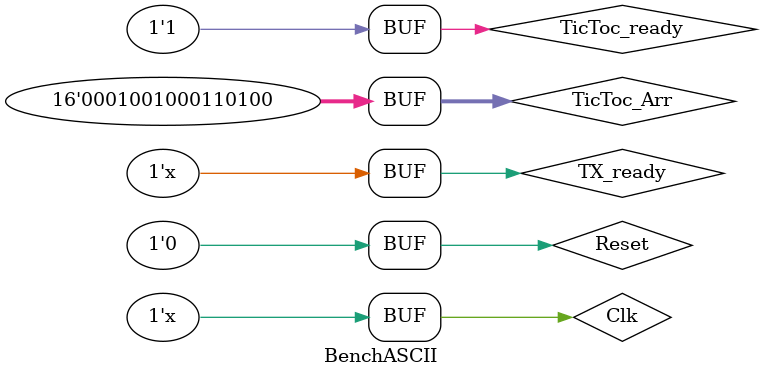
<source format=v>
`timescale 1ns / 1ps


module BenchASCII;

	// Inputs
	reg Clk;
	reg Reset;
	reg TX_ready;
	reg TicToc_ready;
	reg [15:0] TicToc_Arr;

	// Outputs
	wire TicToc_TX_ready;
	wire [7:0] TicToc_ASCII;

	// Instantiate the Unit Under Test (UUT)
	ASCIIConvert uut (
		.Clk(Clk), 
		.Reset(Reset), 
		.TX_ready(TX_ready), 
		.TicToc_ready(TicToc_ready), 
		.TicToc_Arr(TicToc_Arr), 
		.TicToc_TX_ready(TicToc_TX_ready), 
		.TicToc_ASCII(TicToc_ASCII)
	);

	initial begin
		// Initialize Inputs
		Clk = 0;
		Reset = 0;
		TX_ready = 0;
		TicToc_ready = 1;
		TicToc_Arr = 16'h1234;

		// Wait 100 ns for global reset to finish
		#100;
        
		// Add stimulus here

	end
     	always Clk = #5~Clk;
		
		always TX_ready = #10~TX_ready;
endmodule


</source>
